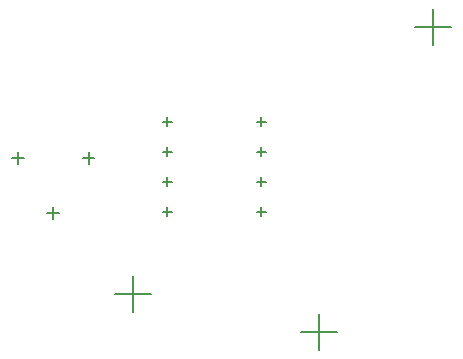
<source format=gbr>
G04*
G04 #@! TF.GenerationSoftware,Altium Limited,Altium Designer,24.8.2 (39)*
G04*
G04 Layer_Color=128*
%FSLAX25Y25*%
%MOIN*%
G70*
G04*
G04 #@! TF.SameCoordinates,7DA90572-2472-42F9-BF80-4CDDFEAFDCCF*
G04*
G04*
G04 #@! TF.FilePolarity,Positive*
G04*
G01*
G75*
%ADD46C,0.00500*%
D46*
X398153Y401500D02*
X401106D01*
X399630Y400024D02*
Y402976D01*
X398153Y391500D02*
X401106D01*
X399630Y390024D02*
Y392976D01*
X398153Y381500D02*
X401106D01*
X399630Y380024D02*
Y382976D01*
X398153Y371500D02*
X401106D01*
X399630Y370024D02*
Y372976D01*
X366894Y371500D02*
X369847D01*
X368370Y370024D02*
Y372976D01*
X366894Y381500D02*
X369847D01*
X368370Y380024D02*
Y382976D01*
X366894Y391500D02*
X369847D01*
X368370Y390024D02*
Y392976D01*
X366894Y401500D02*
X369847D01*
X368370Y400024D02*
Y402976D01*
X328343Y370996D02*
X332279D01*
X330311Y369028D02*
Y372965D01*
X316531Y389500D02*
X320468D01*
X318500Y387531D02*
Y391469D01*
X340154Y389500D02*
X344091D01*
X342122Y387531D02*
Y391469D01*
X351000Y344000D02*
X363000D01*
X357000Y338000D02*
Y350000D01*
X413000Y331500D02*
X425000D01*
X419000Y325500D02*
Y337500D01*
X451000Y433000D02*
X463000D01*
X457000Y427000D02*
Y439000D01*
M02*

</source>
